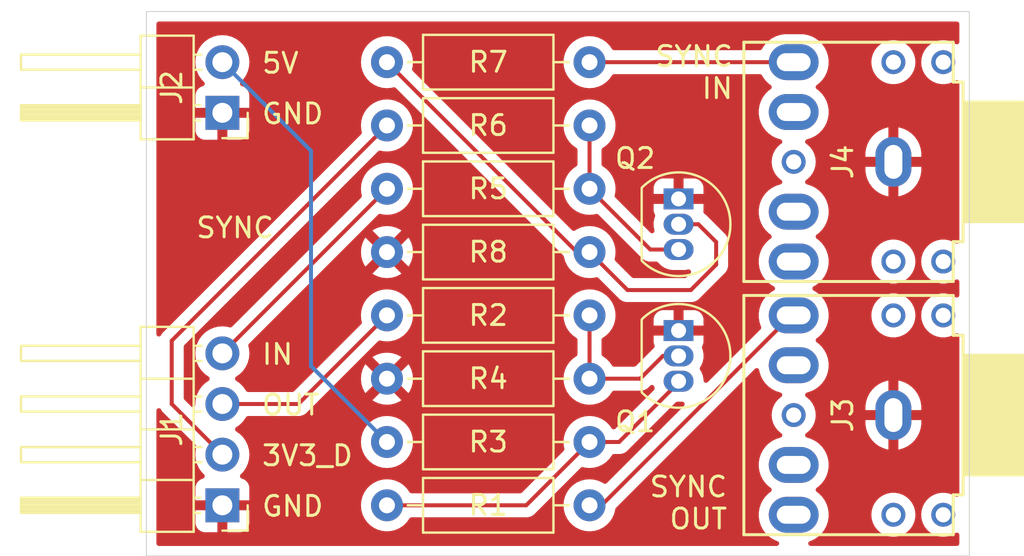
<source format=kicad_pcb>
(kicad_pcb (version 20240108) (generator "pcbnew") (generator_version "8.0")
  (layers (0 "F.Cu" signal) (31 "B.Cu" signal) (34 "B.Paste" user) (35 "F.Paste" user) (36 "B.SilkS" user "B.Silkscreen") (37 "F.SilkS" user "F.Silkscreen") (38 "B.Mask" user) (39 "F.Mask" user) (44 "Edge.Cuts" user))
  (net 0 "")
  (net 1 "GND")
  (net 2 "3V3_D")
  (net 3 "SYNC_OUT")
  (net 4 "SYNC_IN")
  (net 5 "5V")
  (net 6 "Net-(Q1-B)")
  (net 7 "Net-(Q1-C)")
  (net 8 "Net-(Q2-C)")
  (net 9 "Net-(Q2-B)")
  (net 10 "Net-(J3-PadT)")
  (net 12 "Net-(J4-PadT)")
  (footprint "Resistor_THT:R_Axial_DIN0207_L6.3mm_D2.5mm_P10.16mm_Horizontal" (layer "F.Cu") (at 107.95 46.99)
    (property "Reference" "R7" (at 5.08 0 0) (layer "F.SilkS"))
    (property "Value" "100KΩ")
    (fp_line (start 1.04 0) (end 1.81 0) (stroke (width 0.12)) (layer "F.SilkS"))
    (fp_line (start 1.81 -1.37) (end 1.81 1.37) (stroke (width 0.12)) (layer "F.SilkS"))
    (fp_line (start 1.81 1.37) (end 8.35 1.37) (stroke (width 0.12)) (layer "F.SilkS"))
    (fp_line (start 8.35 -1.37) (end 1.81 -1.37) (stroke (width 0.12)) (layer "F.SilkS"))
    (fp_line (start 8.35 1.37) (end 8.35 -1.37) (stroke (width 0.12)) (layer "F.SilkS"))
    (fp_line (start 9.12 0) (end 8.35 0) (stroke (width 0.12)) (layer "F.SilkS"))
    (pad "1" thru_hole circle (at 0 0) (size 1.6 1.6) (drill 0.8) (layers "*.Cu" "*.Mask") (net 9 "Net-(Q2-B)"))
    (pad "2" thru_hole oval (at 10.16 0) (size 1.6 1.6) (drill 0.8) (layers "*.Cu" "*.Mask") (net 12 "Net-(J4-PadT)"))
  )
  (footprint "Resistor_THT:R_Axial_DIN0207_L6.3mm_D2.5mm_P10.16mm_Horizontal" (layer "F.Cu") (at 118.11 50.165 180)
    (property "Reference" "R6" (at 5.08 0 180) (layer "F.SilkS"))
    (property "Value" "10KΩ")
    (fp_line (start 9.12 0) (end 8.35 0) (stroke (width 0.12)) (layer "F.SilkS"))
    (fp_line (start 8.35 1.37) (end 8.35 -1.37) (stroke (width 0.12)) (layer "F.SilkS"))
    (fp_line (start 8.35 -1.37) (end 1.81 -1.37) (stroke (width 0.12)) (layer "F.SilkS"))
    (fp_line (start 1.81 1.37) (end 8.35 1.37) (stroke (width 0.12)) (layer "F.SilkS"))
    (fp_line (start 1.81 -1.37) (end 1.81 1.37) (stroke (width 0.12)) (layer "F.SilkS"))
    (fp_line (start 1.04 0) (end 1.81 0) (stroke (width 0.12)) (layer "F.SilkS"))
    (pad "1" thru_hole circle (at 0 0 180) (size 1.6 1.6) (drill 0.8) (layers "*.Cu" "*.Mask") (net 8 "Net-(Q2-C)"))
    (pad "2" thru_hole oval (at 10.16 0 180) (size 1.6 1.6) (drill 0.8) (layers "*.Cu" "*.Mask") (net 2 "3V3_D"))
  )
  (footprint "Protoplasma:PJ-307" (layer "F.Cu") (at 130.35 51.99 180)
    (property "Reference" "J4" (at -0.46 0 -90) (layer "F.SilkS"))
    (property "Value" "AudioJack3")
    (fp_line (start 4.5 6) (end -6 6) (stroke (width 0.15)) (layer "F.SilkS"))
    (fp_line (start 4.5 -6) (end 4.5 6) (stroke (width 0.15)) (layer "F.SilkS"))
    (fp_line (start -6 6) (end -6 4) (stroke (width 0.15)) (layer "F.SilkS"))
    (fp_line (start -6 4) (end -6.5 4) (stroke (width 0.15)) (layer "F.SilkS"))
    (fp_line (start -6 -4) (end -6.5 -4) (stroke (width 0.15)) (layer "F.SilkS"))
    (fp_line (start -6 -6) (end 4.5 -6) (stroke (width 0.15)) (layer "F.SilkS"))
    (fp_line (start -6 -6) (end -6 -4) (stroke (width 0.15)) (layer "F.SilkS"))
    (fp_line (start -6.5 4) (end -6.5 -4) (stroke (width 0.15)) (layer "F.SilkS"))
    (fp_poly (pts (xy -6.5 -3) (xy -6.5 3) (xy -9.5 3) (xy -9.5 -3)) (stroke (width 0.15)) (fill solid) (layer "F.SilkS"))
    (pad "" np_thru_hole circle (at -5.5 -5 180) (size 1.2 1.2) (drill 0.762) (layers "*.Cu" "*.Mask"))
    (pad "" np_thru_hole circle (at -5.5 5 180) (size 1.2 1.2) (drill 0.762) (layers "*.Cu" "*.Mask"))
    (pad "" np_thru_hole circle (at -3 -5 180) (size 1.2 1.2) (drill 0.762) (layers "*.Cu" "*.Mask"))
    (pad "" np_thru_hole circle (at -3 5 180) (size 1.2 1.2) (drill 0.762) (layers "*.Cu" "*.Mask"))
    (pad "" np_thru_hole circle (at 2 0 180) (size 1.2 1.2) (drill 0.762) (layers "*.Cu" "*.Mask"))
    (pad "R" thru_hole oval (at 2 -5 180) (size 2.5 1.8) (drill oval 1.7 0.9) (layers "*.Cu" "*.Mask"))
    (pad "RN" thru_hole oval (at 2 -2.5 180) (size 2.5 1.8) (drill oval 1.7 0.9) (layers "*.Cu" "*.Mask"))
    (pad "S" thru_hole oval (at -3 0 270) (size 2.5 1.8) (drill oval 1.7 0.9) (layers "*.Cu" "*.Mask") (net 1 "GND"))
    (pad "T" thru_hole oval (at 2 5 180) (size 2.5 1.8) (drill oval 1.7 0.9) (layers "*.Cu" "*.Mask") (net 12 "Net-(J4-PadT)"))
    (pad "TN" thru_hole oval (at 2 2.5 180) (size 2.5 1.8) (drill oval 1.7 0.9) (layers "*.Cu" "*.Mask"))
  )
  (footprint "Resistor_THT:R_Axial_DIN0207_L6.3mm_D2.5mm_P10.16mm_Horizontal" (layer "F.Cu") (at 118.11 66.04 180)
    (property "Reference" "R1" (at 5.08 -3.175 180) (layer "F.SilkS"))
    (property "Value" "10KΩ")
    (fp_line (start 9.12 0) (end 8.35 0) (stroke (width 0.12)) (layer "F.SilkS"))
    (fp_line (start 8.35 1.37) (end 8.35 -1.37) (stroke (width 0.12)) (layer "F.SilkS"))
    (fp_line (start 8.35 -1.37) (end 1.81 -1.37) (stroke (width 0.12)) (layer "F.SilkS"))
    (fp_line (start 1.81 1.37) (end 8.35 1.37) (stroke (width 0.12)) (layer "F.SilkS"))
    (fp_line (start 1.81 -1.37) (end 1.81 1.37) (stroke (width 0.12)) (layer "F.SilkS"))
    (fp_line (start 1.04 0) (end 1.81 0) (stroke (width 0.12)) (layer "F.SilkS"))
    (pad "1" thru_hole circle (at 0 0 180) (size 1.6 1.6) (drill 0.8) (layers "*.Cu" "*.Mask") (net 7 "Net-(Q1-C)"))
    (pad "2" thru_hole oval (at 10.16 0 180) (size 1.6 1.6) (drill 0.8) (layers "*.Cu" "*.Mask") (net 5 "5V"))
  )
  (footprint "Resistor_THT:R_Axial_DIN0207_L6.3mm_D2.5mm_P10.16mm_Horizontal" (layer "F.Cu") (at 107.95 62.865)
    (property "Reference" "R4" (at 5.08 0 0) (layer "F.SilkS"))
    (property "Value" "1MΩ")
    (fp_line (start 1.04 0) (end 1.81 0) (stroke (width 0.12)) (layer "F.SilkS"))
    (fp_line (start 1.81 -1.37) (end 1.81 1.37) (stroke (width 0.12)) (layer "F.SilkS"))
    (fp_line (start 1.81 1.37) (end 8.35 1.37) (stroke (width 0.12)) (layer "F.SilkS"))
    (fp_line (start 8.35 -1.37) (end 1.81 -1.37) (stroke (width 0.12)) (layer "F.SilkS"))
    (fp_line (start 8.35 1.37) (end 8.35 -1.37) (stroke (width 0.12)) (layer "F.SilkS"))
    (fp_line (start 9.12 0) (end 8.35 0) (stroke (width 0.12)) (layer "F.SilkS"))
    (pad "1" thru_hole circle (at 0 0) (size 1.6 1.6) (drill 0.8) (layers "*.Cu" "*.Mask") (net 1 "GND"))
    (pad "2" thru_hole oval (at 10.16 0) (size 1.6 1.6) (drill 0.8) (layers "*.Cu" "*.Mask") (net 6 "Net-(Q1-B)"))
  )
  (footprint "Package_TO_SOT_THT:TO-92_Inline" (layer "F.Cu") (at 122.576 60.452 -90)
    (property "Reference" "Q1" (at 4.572 2.18 180) (layer "F.SilkS"))
    (property "Value" "2N3904")
    (fp_line (start -0.53 1.85) (end 3.07 1.85) (stroke (width 0.12)) (layer "F.SilkS"))
    (fp_arc (start -0.568478 1.838478) (mid -1.132087 -0.994977) (end 1.27 -2.6) (stroke (width 0.12)) (layer "F.SilkS"))
    (fp_arc (start 1.27 -2.6) (mid 3.672087 -0.994977) (end 3.108478 1.838478) (stroke (width 0.12)) (layer "F.SilkS"))
    (pad "1" thru_hole rect (at 0 0 270) (size 1.05 1.5) (drill 0.75) (layers "*.Cu" "*.Mask") (net 1 "GND"))
    (pad "2" thru_hole oval (at 1.27 0 270) (size 1.05 1.5) (drill 0.75) (layers "*.Cu" "*.Mask") (net 6 "Net-(Q1-B)"))
    (pad "3" thru_hole oval (at 2.54 0 270) (size 1.05 1.5) (drill 0.75) (layers "*.Cu" "*.Mask") (net 7 "Net-(Q1-C)"))
  )
  (footprint "Connector_PinHeader_2.54mm:PinHeader_1x02_P2.54mm_Horizontal" (layer "F.Cu") (at 99.695 49.53 180)
    (property "Reference" "J2" (at 2.54 1.27 -90) (layer "F.SilkS"))
    (property "Value" "Conn_01x02_Pin")
    (fp_line (start 10.1 2.92) (end 4.1 2.92) (stroke (width 0.12)) (layer "F.SilkS"))
    (fp_line (start 10.1 2.16) (end 10.1 2.92) (stroke (width 0.12)) (layer "F.SilkS"))
    (fp_line (start 10.1 0.38) (end 4.1 0.38) (stroke (width 0.12)) (layer "F.SilkS"))
    (fp_line (start 10.1 -0.38) (end 10.1 0.38) (stroke (width 0.12)) (layer "F.SilkS"))
    (fp_line (start 4.1 3.87) (end 4.1 -1.33) (stroke (width 0.12)) (layer "F.SilkS"))
    (fp_line (start 4.1 2.16) (end 10.1 2.16) (stroke (width 0.12)) (layer "F.SilkS"))
    (fp_line (start 4.1 0.28) (end 10.1 0.28) (stroke (width 0.12)) (layer "F.SilkS"))
    (fp_line (start 4.1 0.16) (end 10.1 0.16) (stroke (width 0.12)) (layer "F.SilkS"))
    (fp_line (start 4.1 0.04) (end 10.1 0.04) (stroke (width 0.12)) (layer "F.SilkS"))
    (fp_line (start 4.1 -0.08) (end 10.1 -0.08) (stroke (width 0.12)) (layer "F.SilkS"))
    (fp_line (start 4.1 -0.2) (end 10.1 -0.2) (stroke (width 0.12)) (layer "F.SilkS"))
    (fp_line (start 4.1 -0.32) (end 10.1 -0.32) (stroke (width 0.12)) (layer "F.SilkS"))
    (fp_line (start 4.1 -0.38) (end 10.1 -0.38) (stroke (width 0.12)) (layer "F.SilkS"))
    (fp_line (start 4.1 -1.33) (end 1.44 -1.33) (stroke (width 0.12)) (layer "F.SilkS"))
    (fp_line (start 1.44 3.87) (end 4.1 3.87) (stroke (width 0.12)) (layer "F.SilkS"))
    (fp_line (start 1.44 1.27) (end 4.1 1.27) (stroke (width 0.12)) (layer "F.SilkS"))
    (fp_line (start 1.44 -1.33) (end 1.44 3.87) (stroke (width 0.12)) (layer "F.SilkS"))
    (fp_line (start 1.11 0.38) (end 1.44 0.38) (stroke (width 0.12)) (layer "F.SilkS"))
    (fp_line (start 1.11 -0.38) (end 1.44 -0.38) (stroke (width 0.12)) (layer "F.SilkS"))
    (fp_line (start 1.042929 2.92) (end 1.44 2.92) (stroke (width 0.12)) (layer "F.SilkS"))
    (fp_line (start 1.042929 2.16) (end 1.44 2.16) (stroke (width 0.12)) (layer "F.SilkS"))
    (fp_line (start -1.27 0) (end -1.27 -1.27) (stroke (width 0.12)) (layer "F.SilkS"))
    (fp_line (start -1.27 -1.27) (end 0 -1.27) (stroke (width 0.12)) (layer "F.SilkS"))
    (pad "1" thru_hole rect (at 0 0 180) (size 1.7 1.7) (drill 1) (layers "*.Cu" "*.Mask") (net 1 "GND"))
    (pad "2" thru_hole oval (at 0 2.54 180) (size 1.7 1.7) (drill 1) (layers "*.Cu" "*.Mask") (net 5 "5V"))
  )
  (footprint "Resistor_THT:R_Axial_DIN0207_L6.3mm_D2.5mm_P10.16mm_Horizontal" (layer "F.Cu") (at 107.95 53.34)
    (property "Reference" "R5" (at 5.08 0 0) (layer "F.SilkS"))
    (property "Value" "1KΩ")
    (fp_line (start 1.04 0) (end 1.81 0) (stroke (width 0.12)) (layer "F.SilkS"))
    (fp_line (start 1.81 -1.37) (end 1.81 1.37) (stroke (width 0.12)) (layer "F.SilkS"))
    (fp_line (start 1.81 1.37) (end 8.35 1.37) (stroke (width 0.12)) (layer "F.SilkS"))
    (fp_line (start 8.35 -1.37) (end 1.81 -1.37) (stroke (width 0.12)) (layer "F.SilkS"))
    (fp_line (start 8.35 1.37) (end 8.35 -1.37) (stroke (width 0.12)) (layer "F.SilkS"))
    (fp_line (start 9.12 0) (end 8.35 0) (stroke (width 0.12)) (layer "F.SilkS"))
    (pad "1" thru_hole circle (at 0 0) (size 1.6 1.6) (drill 0.8) (layers "*.Cu" "*.Mask") (net 4 "SYNC_IN"))
    (pad "2" thru_hole oval (at 10.16 0) (size 1.6 1.6) (drill 0.8) (layers "*.Cu" "*.Mask") (net 8 "Net-(Q2-C)"))
  )
  (footprint "Protoplasma:PJ-307" (layer "F.Cu") (at 130.35 64.69 180)
    (property "Reference" "J3" (at -0.46 0 -90) (layer "F.SilkS"))
    (property "Value" "AudioJack3")
    (fp_line (start 4.5 6) (end -6 6) (stroke (width 0.15)) (layer "F.SilkS"))
    (fp_line (start 4.5 -6) (end 4.5 6) (stroke (width 0.15)) (layer "F.SilkS"))
    (fp_line (start -6 6) (end -6 4) (stroke (width 0.15)) (layer "F.SilkS"))
    (fp_line (start -6 4) (end -6.5 4) (stroke (width 0.15)) (layer "F.SilkS"))
    (fp_line (start -6 -4) (end -6.5 -4) (stroke (width 0.15)) (layer "F.SilkS"))
    (fp_line (start -6 -6) (end 4.5 -6) (stroke (width 0.15)) (layer "F.SilkS"))
    (fp_line (start -6 -6) (end -6 -4) (stroke (width 0.15)) (layer "F.SilkS"))
    (fp_line (start -6.5 4) (end -6.5 -4) (stroke (width 0.15)) (layer "F.SilkS"))
    (fp_poly (pts (xy -6.5 -3) (xy -6.5 3) (xy -9.5 3) (xy -9.5 -3)) (stroke (width 0.15)) (fill solid) (layer "F.SilkS"))
    (pad "" np_thru_hole circle (at -5.5 -5 180) (size 1.2 1.2) (drill 0.762) (layers "*.Cu" "*.Mask"))
    (pad "" np_thru_hole circle (at -5.5 5 180) (size 1.2 1.2) (drill 0.762) (layers "*.Cu" "*.Mask"))
    (pad "" np_thru_hole circle (at -3 -5 180) (size 1.2 1.2) (drill 0.762) (layers "*.Cu" "*.Mask"))
    (pad "" np_thru_hole circle (at -3 5 180) (size 1.2 1.2) (drill 0.762) (layers "*.Cu" "*.Mask"))
    (pad "" np_thru_hole circle (at 2 0 180) (size 1.2 1.2) (drill 0.762) (layers "*.Cu" "*.Mask"))
    (pad "R" thru_hole oval (at 2 -5 180) (size 2.5 1.8) (drill oval 1.7 0.9) (layers "*.Cu" "*.Mask"))
    (pad "RN" thru_hole oval (at 2 -2.5 180) (size 2.5 1.8) (drill oval 1.7 0.9) (layers "*.Cu" "*.Mask"))
    (pad "S" thru_hole oval (at -3 0 270) (size 2.5 1.8) (drill oval 1.7 0.9) (layers "*.Cu" "*.Mask") (net 1 "GND"))
    (pad "T" thru_hole oval (at 2 5 180) (size 2.5 1.8) (drill oval 1.7 0.9) (layers "*.Cu" "*.Mask") (net 10 "Net-(J3-PadT)"))
    (pad "TN" thru_hole oval (at 2 2.5 180) (size 2.5 1.8) (drill oval 1.7 0.9) (layers "*.Cu" "*.Mask"))
  )
  (footprint "Package_TO_SOT_THT:TO-92_Inline" (layer "F.Cu") (at 122.576 53.848 -90)
    (property "Reference" "Q2" (at -2.032 2.18 180) (layer "F.SilkS"))
    (property "Value" "2N3904")
    (fp_line (start -0.53 1.85) (end 3.07 1.85) (stroke (width 0.12)) (layer "F.SilkS"))
    (fp_arc (start -0.568478 1.838478) (mid -1.132087 -0.994977) (end 1.27 -2.6) (stroke (width 0.12)) (layer "F.SilkS"))
    (fp_arc (start 1.27 -2.6) (mid 3.672087 -0.994977) (end 3.108478 1.838478) (stroke (width 0.12)) (layer "F.SilkS"))
    (pad "1" thru_hole rect (at 0 0 270) (size 1.05 1.5) (drill 0.75) (layers "*.Cu" "*.Mask") (net 1 "GND"))
    (pad "2" thru_hole oval (at 1.27 0 270) (size 1.05 1.5) (drill 0.75) (layers "*.Cu" "*.Mask") (net 9 "Net-(Q2-B)"))
    (pad "3" thru_hole oval (at 2.54 0 270) (size 1.05 1.5) (drill 0.75) (layers "*.Cu" "*.Mask") (net 8 "Net-(Q2-C)"))
  )
  (footprint "Resistor_THT:R_Axial_DIN0207_L6.3mm_D2.5mm_P10.16mm_Horizontal" (layer "F.Cu") (at 107.95 56.515)
    (property "Reference" "R8" (at 5.08 0 0) (layer "F.SilkS"))
    (property "Value" "1MΩ")
    (fp_line (start 1.04 0) (end 1.81 0) (stroke (width 0.12)) (layer "F.SilkS"))
    (fp_line (start 1.81 -1.37) (end 1.81 1.37) (stroke (width 0.12)) (layer "F.SilkS"))
    (fp_line (start 1.81 1.37) (end 8.35 1.37) (stroke (width 0.12)) (layer "F.SilkS"))
    (fp_line (start 8.35 -1.37) (end 1.81 -1.37) (stroke (width 0.12)) (layer "F.SilkS"))
    (fp_line (start 8.35 1.37) (end 8.35 -1.37) (stroke (width 0.12)) (layer "F.SilkS"))
    (fp_line (start 9.12 0) (end 8.35 0) (stroke (width 0.12)) (layer "F.SilkS"))
    (pad "1" thru_hole circle (at 0 0) (size 1.6 1.6) (drill 0.8) (layers "*.Cu" "*.Mask") (net 1 "GND"))
    (pad "2" thru_hole oval (at 10.16 0) (size 1.6 1.6) (drill 0.8) (layers "*.Cu" "*.Mask") (net 9 "Net-(Q2-B)"))
  )
  (footprint "Connector_PinHeader_2.54mm:PinHeader_1x04_P2.54mm_Horizontal" (layer "F.Cu") (at 99.695 69.215 180)
    (property "Reference" "J1" (at 2.54 3.81 -90) (layer "F.SilkS"))
    (property "Value" "Conn_01x04_Male")
    (fp_line (start 10.1 8) (end 4.1 8) (stroke (width 0.12)) (layer "F.SilkS"))
    (fp_line (start 10.1 7.24) (end 10.1 8) (stroke (width 0.12)) (layer "F.SilkS"))
    (fp_line (start 10.1 5.46) (end 4.1 5.46) (stroke (width 0.12)) (layer "F.SilkS"))
    (fp_line (start 10.1 4.7) (end 10.1 5.46) (stroke (width 0.12)) (layer "F.SilkS"))
    (fp_line (start 10.1 2.92) (end 4.1 2.92) (stroke (width 0.12)) (layer "F.SilkS"))
    (fp_line (start 10.1 2.16) (end 10.1 2.92) (stroke (width 0.12)) (layer "F.SilkS"))
    (fp_line (start 10.1 0.38) (end 4.1 0.38) (stroke (width 0.12)) (layer "F.SilkS"))
    (fp_line (start 10.1 -0.38) (end 10.1 0.38) (stroke (width 0.12)) (layer "F.SilkS"))
    (fp_line (start 4.1 8.95) (end 4.1 -1.33) (stroke (width 0.12)) (layer "F.SilkS"))
    (fp_line (start 4.1 7.24) (end 10.1 7.24) (stroke (width 0.12)) (layer "F.SilkS"))
    (fp_line (start 4.1 4.7) (end 10.1 4.7) (stroke (width 0.12)) (layer "F.SilkS"))
    (fp_line (start 4.1 2.16) (end 10.1 2.16) (stroke (width 0.12)) (layer "F.SilkS"))
    (fp_line (start 4.1 0.28) (end 10.1 0.28) (stroke (width 0.12)) (layer "F.SilkS"))
    (fp_line (start 4.1 0.16) (end 10.1 0.16) (stroke (width 0.12)) (layer "F.SilkS"))
    (fp_line (start 4.1 0.04) (end 10.1 0.04) (stroke (width 0.12)) (layer "F.SilkS"))
    (fp_line (start 4.1 -0.08) (end 10.1 -0.08) (stroke (width 0.12)) (layer "F.SilkS"))
    (fp_line (start 4.1 -0.2) (end 10.1 -0.2) (stroke (width 0.12)) (layer "F.SilkS"))
    (fp_line (start 4.1 -0.32) (end 10.1 -0.32) (stroke (width 0.12)) (layer "F.SilkS"))
    (fp_line (start 4.1 -0.38) (end 10.1 -0.38) (stroke (width 0.12)) (layer "F.SilkS"))
    (fp_line (start 4.1 -1.33) (end 1.44 -1.33) (stroke (width 0.12)) (layer "F.SilkS"))
    (fp_line (start 1.44 8.95) (end 4.1 8.95) (stroke (width 0.12)) (layer "F.SilkS"))
    (fp_line (start 1.44 6.35) (end 4.1 6.35) (stroke (width 0.12)) (layer "F.SilkS"))
    (fp_line (start 1.44 3.81) (end 4.1 3.81) (stroke (width 0.12)) (layer "F.SilkS"))
    (fp_line (start 1.44 1.27) (end 4.1 1.27) (stroke (width 0.12)) (layer "F.SilkS"))
    (fp_line (start 1.44 -1.33) (end 1.44 8.95) (stroke (width 0.12)) (layer "F.SilkS"))
    (fp_line (start 1.11 0.38) (end 1.44 0.38) (stroke (width 0.12)) (layer "F.SilkS"))
    (fp_line (start 1.11 -0.38) (end 1.44 -0.38) (stroke (width 0.12)) (layer "F.SilkS"))
    (fp_line (start 1.042929 8) (end 1.44 8) (stroke (width 0.12)) (layer "F.SilkS"))
    (fp_line (start 1.042929 7.24) (end 1.44 7.24) (stroke (width 0.12)) (layer "F.SilkS"))
    (fp_line (start 1.042929 5.46) (end 1.44 5.46) (stroke (width 0.12)) (layer "F.SilkS"))
    (fp_line (start 1.042929 4.7) (end 1.44 4.7) (stroke (width 0.12)) (layer "F.SilkS"))
    (fp_line (start 1.042929 2.92) (end 1.44 2.92) (stroke (width 0.12)) (layer "F.SilkS"))
    (fp_line (start 1.042929 2.16) (end 1.44 2.16) (stroke (width 0.12)) (layer "F.SilkS"))
    (fp_line (start -1.27 0) (end -1.27 -1.27) (stroke (width 0.12)) (layer "F.SilkS"))
    (fp_line (start -1.27 -1.27) (end 0 -1.27) (stroke (width 0.12)) (layer "F.SilkS"))
    (pad "1" thru_hole rect (at 0 0 180) (size 1.7 1.7) (drill 1) (layers "*.Cu" "*.Mask") (net 1 "GND"))
    (pad "2" thru_hole oval (at 0 2.54 180) (size 1.7 1.7) (drill 1) (layers "*.Cu" "*.Mask") (net 2 "3V3_D"))
    (pad "3" thru_hole oval (at 0 5.08 180) (size 1.7 1.7) (drill 1) (layers "*.Cu" "*.Mask") (net 3 "SYNC_OUT"))
    (pad "4" thru_hole oval (at 0 7.62 180) (size 1.7 1.7) (drill 1) (layers "*.Cu" "*.Mask") (net 4 "SYNC_IN"))
  )
  (footprint "Resistor_THT:R_Axial_DIN0207_L6.3mm_D2.5mm_P10.16mm_Horizontal" (layer "F.Cu") (at 107.95 69.215)
    (property "Reference" "R3" (at 5.08 -3.175 0) (layer "F.SilkS"))
    (property "Value" "1KΩ")
    (fp_line (start 1.04 0) (end 1.81 0) (stroke (width 0.12)) (layer "F.SilkS"))
    (fp_line (start 1.81 -1.37) (end 1.81 1.37) (stroke (width 0.12)) (layer "F.SilkS"))
    (fp_line (start 1.81 1.37) (end 8.35 1.37) (stroke (width 0.12)) (layer "F.SilkS"))
    (fp_line (start 8.35 -1.37) (end 1.81 -1.37) (stroke (width 0.12)) (layer "F.SilkS"))
    (fp_line (start 8.35 1.37) (end 8.35 -1.37) (stroke (width 0.12)) (layer "F.SilkS"))
    (fp_line (start 9.12 0) (end 8.35 0) (stroke (width 0.12)) (layer "F.SilkS"))
    (pad "1" thru_hole circle (at 0 0) (size 1.6 1.6) (drill 0.8) (layers "*.Cu" "*.Mask") (net 7 "Net-(Q1-C)"))
    (pad "2" thru_hole oval (at 10.16 0) (size 1.6 1.6) (drill 0.8) (layers "*.Cu" "*.Mask") (net 10 "Net-(J3-PadT)"))
  )
  (footprint "Resistor_THT:R_Axial_DIN0207_L6.3mm_D2.5mm_P10.16mm_Horizontal" (layer "F.Cu") (at 107.95 59.69)
    (property "Reference" "R2" (at 5.08 0 0) (layer "F.SilkS"))
    (property "Value" "100KΩ")
    (fp_line (start 1.04 0) (end 1.81 0) (stroke (width 0.12)) (layer "F.SilkS"))
    (fp_line (start 1.81 -1.37) (end 1.81 1.37) (stroke (width 0.12)) (layer "F.SilkS"))
    (fp_line (start 1.81 1.37) (end 8.35 1.37) (stroke (width 0.12)) (layer "F.SilkS"))
    (fp_line (start 8.35 -1.37) (end 1.81 -1.37) (stroke (width 0.12)) (layer "F.SilkS"))
    (fp_line (start 8.35 1.37) (end 8.35 -1.37) (stroke (width 0.12)) (layer "F.SilkS"))
    (fp_line (start 9.12 0) (end 8.35 0) (stroke (width 0.12)) (layer "F.SilkS"))
    (pad "1" thru_hole circle (at 0 0) (size 1.6 1.6) (drill 0.8) (layers "*.Cu" "*.Mask") (net 3 "SYNC_OUT"))
    (pad "2" thru_hole oval (at 10.16 0) (size 1.6 1.6) (drill 0.8) (layers "*.Cu" "*.Mask") (net 6 "Net-(Q1-B)"))
  )
  (gr_rect (start 95.885 44.45) (end 137.16 71.755) (stroke (width 0.05)) (fill none) (layer "Edge.Cuts"))
  (gr_text "SYNC\nIN" (at 125.380294 48.895 0) (layer "F.SilkS") (effects (font (size 1 1)) (justify right bottom)))
  (gr_text "GND" (at 101.6 50.165 0) (layer "F.SilkS") (effects (font (size 1 1)) (justify left bottom)))
  (gr_text "5V" (at 101.6 47.625 0) (layer "F.SilkS") (effects (font (size 1 1)) (justify left bottom)))
  (gr_text "3V3_D" (at 101.6 67.31 0) (layer "F.SilkS") (effects (font (size 1 1)) (justify left bottom)))
  (gr_text "IN" (at 101.6 62.23 0) (layer "F.SilkS") (effects (font (size 1 1)) (justify left bottom)))
  (gr_text "SYNC\nOUT" (at 125.095 70.485 0) (layer "F.SilkS") (effects (font (size 1 1)) (justify right bottom)))
  (gr_text "GND" (at 101.6 69.85 0) (layer "F.SilkS") (effects (font (size 1 1)) (justify left bottom)))
  (gr_text "SYNC" (at 100.33 55.88 0) (layer "F.SilkS") (effects (font (size 1 1)) (justify bottom)))
  (gr_text "OUT" (at 101.6 64.77 0) (layer "F.SilkS") (effects (font (size 1 1)) (justify left bottom)))
  (segment (start 99.695 66.675) (end 97.155 64.135) (width 0.2) (layer "F.Cu") (net 2))
  (segment (start 97.155 60.96) (end 107.95 50.165) (width 0.2) (layer "F.Cu") (net 2))
  (segment (start 97.155 64.135) (end 97.155 60.96) (width 0.2) (layer "F.Cu") (net 2))
  (segment (start 103.505 64.135) (end 107.95 59.69) (width 0.2) (layer "F.Cu") (net 3))
  (segment (start 99.695 64.135) (end 103.505 64.135) (width 0.2) (layer "F.Cu") (net 3))
  (segment (start 99.695 61.595) (end 107.95 53.34) (width 0.2) (layer "F.Cu") (net 4))
  (segment (start 99.695 46.99) (end 104.14 51.435) (width 0.2) (layer "B.Cu") (net 5))
  (segment (start 104.14 62.23) (end 107.95 66.04) (width 0.2) (layer "B.Cu") (net 5))
  (segment (start 104.14 51.435) (end 104.14 62.23) (width 0.2) (layer "B.Cu") (net 5))
  (segment (start 118.11 62.865) (end 120.65 62.865) (width 0.2) (layer "F.Cu") (net 6))
  (segment (start 120.65 62.865) (end 121.793 61.722) (width 0.2) (layer "F.Cu") (net 6))
  (segment (start 118.11 62.865) (end 118.11 59.69) (width 0.2) (layer "F.Cu") (net 6))
  (segment (start 121.793 61.722) (end 122.576 61.722) (width 0.2) (layer "F.Cu") (net 6))
  (segment (start 114.935 69.215) (end 118.11 66.04) (width 0.2) (layer "F.Cu") (net 7))
  (segment (start 107.95 69.215) (end 114.935 69.215) (width 0.2) (layer "F.Cu") (net 7))
  (segment (start 118.11 66.04) (end 119.592 66.04) (width 0.2) (layer "F.Cu") (net 7))
  (segment (start 122.576 63.056) (end 122.576 62.992) (width 0.2) (layer "F.Cu") (net 7))
  (segment (start 119.592 66.04) (end 122.576 63.056) (width 0.2) (layer "F.Cu") (net 7))
  (segment (start 118.11 53.34) (end 121.158 56.388) (width 0.2) (layer "F.Cu") (net 8))
  (segment (start 121.158 56.388) (end 122.576 56.388) (width 0.2) (layer "F.Cu") (net 8))
  (segment (start 118.11 53.34) (end 118.11 50.165) (width 0.2) (layer "F.Cu") (net 8))
  (segment (start 124.46 56.011) (end 123.567 55.118) (width 0.2) (layer "F.Cu") (net 9))
  (segment (start 124.46 57.15) (end 124.46 56.011) (width 0.2) (layer "F.Cu") (net 9))
  (segment (start 107.95 46.99) (end 117.475 56.515) (width 0.2) (layer "F.Cu") (net 9))
  (segment (start 117.475 56.515) (end 118.11 56.515) (width 0.2) (layer "F.Cu") (net 9))
  (segment (start 123.19 58.42) (end 124.46 57.15) (width 0.2) (layer "F.Cu") (net 9))
  (segment (start 120.015 58.42) (end 123.19 58.42) (width 0.2) (layer "F.Cu") (net 9))
  (segment (start 118.11 56.515) (end 120.015 58.42) (width 0.2) (layer "F.Cu") (net 9))
  (segment (start 123.567 55.118) (end 122.576 55.118) (width 0.2) (layer "F.Cu") (net 9))
  (segment (start 118.7115 69.215) (end 128.2365 59.69) (width 0.2) (layer "F.Cu") (net 10))
  (segment (start 118.11 69.215) (end 118.7115 69.215) (width 0.2) (layer "F.Cu") (net 10))
  (segment (start 128.2365 59.69) (end 129.025 59.69) (width 0.2) (layer "F.Cu") (net 10))
  (segment (start 118.11 46.99) (end 129.025 46.99) (width 0.2) (layer "F.Cu") (net 12))
  (zone (net 1) (net_name "GND") (layer "F.Cu") (connect_pads (clearance 0.5)) (min_thickness 0.25) (fill yes (thermal_gap 0.5) (thermal_bridge_width 0.5))
    (polygon (pts (xy 95.885 44.45) (xy 95.885 71.755) (xy 137.16 71.755) (xy 137.16 44.45)))
  )
)
</source>
